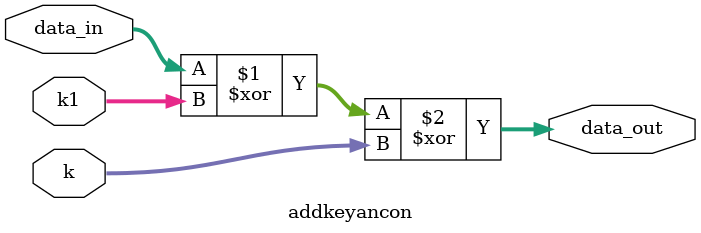
<source format=v>
`timescale 1ns / 1ps
module addkeyancon(data_in,k1,k,data_out);
 input[63:0] data_in,k1,k;
 output[63:0] data_out;
 
 assign data_out = data_in ^ k1 ^ k;

endmodule

</source>
